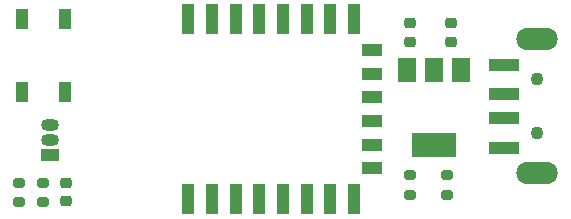
<source format=gbr>
%TF.GenerationSoftware,KiCad,Pcbnew,6.0.1-79c1e3a40b~116~ubuntu20.04.1*%
%TF.CreationDate,2022-01-17T20:19:10+01:00*%
%TF.ProjectId,usb,7573622e-6b69-4636-9164-5f7063625858,rev?*%
%TF.SameCoordinates,Original*%
%TF.FileFunction,Soldermask,Top*%
%TF.FilePolarity,Negative*%
%FSLAX46Y46*%
G04 Gerber Fmt 4.6, Leading zero omitted, Abs format (unit mm)*
G04 Created by KiCad (PCBNEW 6.0.1-79c1e3a40b~116~ubuntu20.04.1) date 2022-01-17 20:19:10*
%MOMM*%
%LPD*%
G01*
G04 APERTURE LIST*
G04 Aperture macros list*
%AMRoundRect*
0 Rectangle with rounded corners*
0 $1 Rounding radius*
0 $2 $3 $4 $5 $6 $7 $8 $9 X,Y pos of 4 corners*
0 Add a 4 corners polygon primitive as box body*
4,1,4,$2,$3,$4,$5,$6,$7,$8,$9,$2,$3,0*
0 Add four circle primitives for the rounded corners*
1,1,$1+$1,$2,$3*
1,1,$1+$1,$4,$5*
1,1,$1+$1,$6,$7*
1,1,$1+$1,$8,$9*
0 Add four rect primitives between the rounded corners*
20,1,$1+$1,$2,$3,$4,$5,0*
20,1,$1+$1,$4,$5,$6,$7,0*
20,1,$1+$1,$6,$7,$8,$9,0*
20,1,$1+$1,$8,$9,$2,$3,0*%
G04 Aperture macros list end*
%ADD10R,1.000000X2.500000*%
%ADD11R,1.800000X1.000000*%
%ADD12RoundRect,0.200000X0.275000X-0.200000X0.275000X0.200000X-0.275000X0.200000X-0.275000X-0.200000X0*%
%ADD13R,1.500000X1.050000*%
%ADD14O,1.500000X1.050000*%
%ADD15RoundRect,0.218750X0.256250X-0.218750X0.256250X0.218750X-0.256250X0.218750X-0.256250X-0.218750X0*%
%ADD16RoundRect,0.225000X0.250000X-0.225000X0.250000X0.225000X-0.250000X0.225000X-0.250000X-0.225000X0*%
%ADD17R,1.500000X2.000000*%
%ADD18R,3.800000X2.000000*%
%ADD19C,1.100000*%
%ADD20R,2.500000X1.100000*%
%ADD21O,3.500000X1.900000*%
%ADD22R,1.100000X1.800000*%
G04 APERTURE END LIST*
D10*
%TO.C,U2*%
X115770000Y-86630000D03*
X117770000Y-86630000D03*
X119770000Y-86630000D03*
X121770000Y-86630000D03*
X123770000Y-86630000D03*
X125770000Y-86630000D03*
X127770000Y-86630000D03*
X129770000Y-86630000D03*
D11*
X131270000Y-84030000D03*
X131270000Y-82030000D03*
X131270000Y-80030000D03*
X131270000Y-78030000D03*
X131270000Y-76030000D03*
X131270000Y-74030000D03*
D10*
X129770000Y-71430000D03*
X127770000Y-71430000D03*
X125770000Y-71430000D03*
X123770000Y-71430000D03*
X121770000Y-71430000D03*
X119770000Y-71430000D03*
X117770000Y-71430000D03*
X115770000Y-71430000D03*
%TD*%
D12*
%TO.C,R1*%
X137690000Y-86275000D03*
X137690000Y-84625000D03*
%TD*%
D13*
%TO.C,U3*%
X104050000Y-82940000D03*
D14*
X104050000Y-81670000D03*
X104050000Y-80400000D03*
%TD*%
D15*
%TO.C,D1*%
X105440000Y-86837500D03*
X105440000Y-85262500D03*
%TD*%
D16*
%TO.C,C1*%
X134500000Y-73305000D03*
X134500000Y-71755000D03*
%TD*%
D12*
%TO.C,R4*%
X103420000Y-86915000D03*
X103420000Y-85265000D03*
%TD*%
D17*
%TO.C,U1*%
X138860000Y-75740000D03*
D18*
X136560000Y-82040000D03*
D17*
X136560000Y-75740000D03*
X134260000Y-75740000D03*
%TD*%
D19*
%TO.C,J1*%
X145250000Y-76470000D03*
X145250000Y-81070000D03*
D20*
X142500000Y-75270000D03*
X142500000Y-77770000D03*
X142500000Y-79770000D03*
X142500000Y-82270000D03*
D21*
X145250000Y-84470000D03*
X145250000Y-73070000D03*
%TD*%
D12*
%TO.C,R2*%
X134520000Y-86275000D03*
X134520000Y-84625000D03*
%TD*%
D16*
%TO.C,C2*%
X137980000Y-73305000D03*
X137980000Y-71755000D03*
%TD*%
D22*
%TO.C,SW1*%
X105350000Y-77610000D03*
X105350000Y-71410000D03*
X101650000Y-71410000D03*
X101650000Y-77610000D03*
%TD*%
D12*
%TO.C,R3*%
X101440000Y-86915000D03*
X101440000Y-85265000D03*
%TD*%
M02*

</source>
